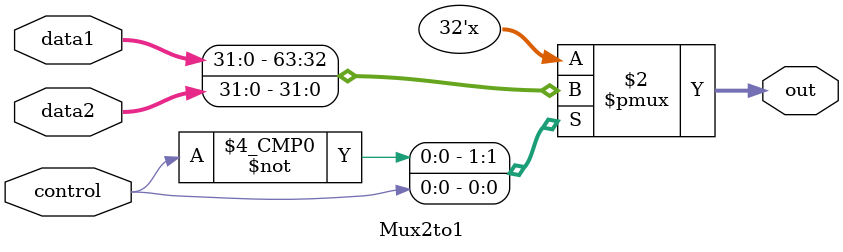
<source format=v>
`timescale 1ns / 1ps

module Mux2to1(
    input               control,
    input [31:0]        data1,
    input [31:0]        data2,
    output reg [31:0]   out
    );
    always @(*) begin
        case(control)
            0: out = data1;
            1: out = data2;
        endcase
    end
    
endmodule

</source>
